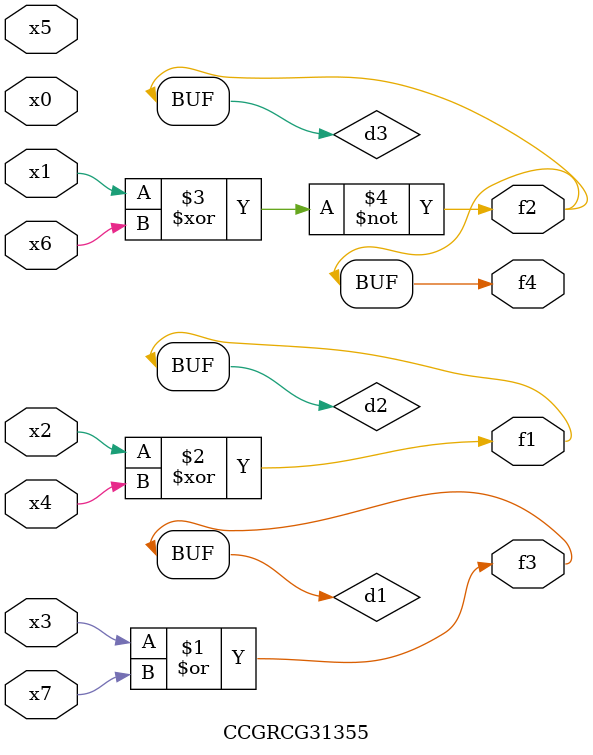
<source format=v>
module CCGRCG31355(
	input x0, x1, x2, x3, x4, x5, x6, x7,
	output f1, f2, f3, f4
);

	wire d1, d2, d3;

	or (d1, x3, x7);
	xor (d2, x2, x4);
	xnor (d3, x1, x6);
	assign f1 = d2;
	assign f2 = d3;
	assign f3 = d1;
	assign f4 = d3;
endmodule

</source>
